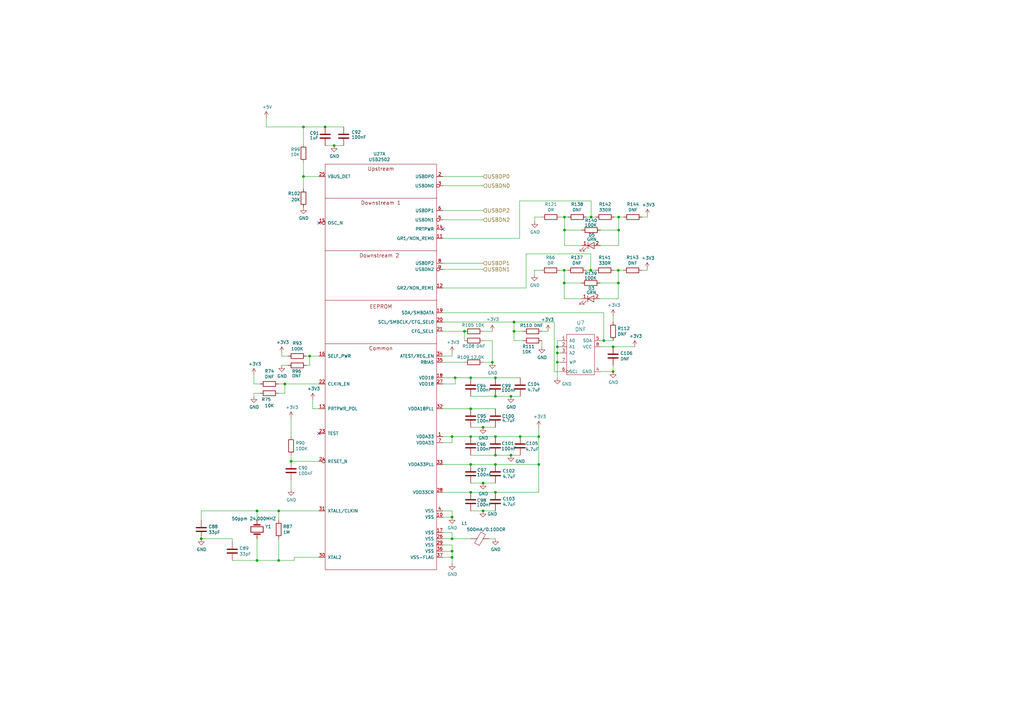
<source format=kicad_sch>
(kicad_sch (version 20211123) (generator eeschema)
  (paper "A3")
  (title_block (title "HILTOP Board Template Design") (date "2022-11-03") (company "Devtank Ltd"))
  (lib_symbols
    (symbol "Sensi_Board-rescue:AT24C02C-SSHM-T-Devtank" (pin_names (offset 1.016))
      (property "Reference" "U" (at -11.43 12.7 0))
      (property "Value" "AT24C02C-SSHM-T-Devtank" (at -6.35 10.16 0))
      (symbol "AT24C02C-SSHM-T-Devtank_0_1"
        (rectangle (start -5.08 7.62) (end 6.35 -8.89))
      )
      (symbol "AT24C02C-SSHM-T-Devtank_1_1"
        (pin input line (at -7.62 5.08 0) (length 2.54) (name "A0") (number "1"))
        (pin input line (at -7.62 2.54 0) (length 2.54) (name "A1") (number "2"))
        (pin input line (at -7.62 0 0) (length 2.54) (name "A2") (number "3"))
        (pin input line (at 8.89 -7.62 180) (length 2.54) (name "GND") (number "4"))
        (pin input line (at 8.89 5.08 180) (length 2.54) (name "SDA") (number "5"))
        (pin input clock (at -7.62 -7.62 0) (length 2.54) (name "SCL") (number "6"))
        (pin input line (at -7.62 -3.81 0) (length 2.54) (name "WP") (number "7"))
        (pin input line (at 8.89 2.54 180) (length 2.54) (name "VCC") (number "8"))
      )
    )
    (symbol "Sensi_Board-rescue:C-device" (pin_numbers hide) (pin_names (offset 0.254))
      (property "Reference" "C" (at 0.635 2.54 0))
      (property "Value" "C-device" (at 0.635 -2.54 0))
      (symbol "C-device_0_1"
        (polyline (pts (xy -2.032 -0.762) (xy 2.032 -0.762)) (stroke (width 0.508)))
        (polyline (pts (xy -2.032 0.762) (xy 2.032 0.762)) (stroke (width 0.508)))
      )
      (symbol "C-device_1_1"
        (pin passive line (at 0 3.81 270) (length 2.794) (name "~") (number "1"))
        (pin passive line (at 0 -3.81 90) (length 2.794) (name "~") (number "2"))
      )
    )
    (symbol "Sensi_Board-rescue:Crystal-device" (pin_numbers hide) (pin_names (offset 1.016) hide)
      (property "Reference" "Y" (at 0 3.81 0))
      (property "Value" "Crystal-device" (at 0 -3.81 0))
      (symbol "Crystal-device_0_1"
        (rectangle (start -1.143 2.54) (end 1.143 -2.54) (stroke (width 0.3048)))
        (polyline (pts (xy -2.54 0) (xy -1.905 0)))
        (polyline (pts (xy -1.905 -1.27) (xy -1.905 1.27)) (stroke (width 0.508)))
        (polyline (pts (xy 1.905 -1.27) (xy 1.905 1.27)) (stroke (width 0.508)))
        (polyline (pts (xy 2.54 0) (xy 1.905 0)))
      )
      (symbol "Crystal-device_1_1"
        (pin passive line (at -3.81 0 0) (length 1.27) (name "1") (number "1"))
        (pin passive line (at 3.81 0 180) (length 1.27) (name "2") (number "2"))
      )
    )
    (symbol "Sensi_Board-rescue:Ferrite_Bead-device" (pin_numbers hide) (pin_names (offset 0))
      (property "Reference" "L" (at -3.81 0.635 90))
      (property "Value" "Ferrite_Bead-device" (at 3.81 0 90))
      (symbol "Ferrite_Bead-device_0_1"
        (polyline (pts (xy 0 -1.27) (xy 0 -1.2192)))
        (polyline (pts (xy 0 1.27) (xy 0 1.2954)))
        (polyline (pts (xy -2.7686 0.4064) (xy -1.7018 2.2606) (xy 2.7686 -0.3048) (xy 1.6764 -2.159) (xy -2.7686 0.4064)))
      )
      (symbol "Ferrite_Bead-device_1_1"
        (pin passive line (at 0 3.81 270) (length 2.54) (name "~") (number "1"))
        (pin passive line (at 0 -3.81 90) (length 2.54) (name "~") (number "2"))
      )
    )
    (symbol "Sensi_Board-rescue:LED-device" (pin_names (offset 1.016) hide)
      (property "Reference" "D" (at 0 2.54 0))
      (property "Value" "LED-device" (at 0 -2.54 0))
      (symbol "LED-device_0_1"
        (polyline (pts (xy -1.27 -1.27) (xy -1.27 1.27)) (stroke (width 0.2032)))
        (polyline (pts (xy -1.27 0) (xy 1.27 0)))
        (polyline (pts (xy 1.27 -1.27) (xy 1.27 1.27) (xy -1.27 0) (xy 1.27 -1.27)) (stroke (width 0.2032)))
        (polyline (pts (xy -3.048 -0.762) (xy -4.572 -2.286) (xy -3.81 -2.286) (xy -4.572 -2.286) (xy -4.572 -1.524)))
        (polyline (pts (xy -1.778 -0.762) (xy -3.302 -2.286) (xy -2.54 -2.286) (xy -3.302 -2.286) (xy -3.302 -1.524)))
      )
      (symbol "LED-device_1_1"
        (pin passive line (at -3.81 0 0) (length 2.54) (name "K") (number "1"))
        (pin passive line (at 3.81 0 180) (length 2.54) (name "A") (number "2"))
      )
    )
    (symbol "Sensi_Board-rescue:R-device" (pin_numbers hide) (pin_names (offset 0))
      (property "Reference" "R" (at 2.032 0 90))
      (property "Value" "R-device" (at 0 0 90))
      (symbol "R-device_0_1"
        (rectangle (start -1.016 -2.54) (end 1.016 2.54) (stroke (width 0.254)))
      )
      (symbol "R-device_1_1"
        (pin passive line (at 0 3.81 270) (length 1.27) (name "~") (number "1"))
        (pin passive line (at 0 -3.81 90) (length 1.27) (name "~") (number "2"))
      )
    )
    (symbol "Sensi_Board-rescue:USB2502-Devtank" (pin_names (offset 1.016))
      (property "Reference" "U" (at -21.59 -121.92 0))
      (property "Value" "USB2502-Devtank" (at -17.78 -125.73 0))
      (symbol "USB2502-Devtank_0_0"
        (text "EEPROM" (at 0 -11.43 0) (effects (font (size 1.524 1.524))))
      )
      (symbol "USB2502-Devtank_1_0"
        (rectangle (start -22.86 -119.38) (end 22.86 46.99))
        (polyline (pts (xy -22.86 -8.89) (xy 22.86 -8.89)))
        (polyline (pts (xy -22.86 11.43) (xy 22.86 11.43)))
        (text "Common" (at 0 -28.575 0) (effects (font (size 1.524 1.524))))
        (text "Downstream 1" (at 0 31.115 0) (effects (font (size 1.524 1.524))))
        (text "Downstream 2" (at -0.635 9.525 0) (effects (font (size 1.524 1.524))))
        (text "Upstream" (at 0 45.085 0) (effects (font (size 1.524 1.524))))
      )
      (symbol "USB2502-Devtank_1_1"
        (polyline (pts (xy -22.86 -26.67) (xy 22.86 -26.67)))
        (polyline (pts (xy -22.86 33.02) (xy 22.86 33.02)))
        (pin input line (at 25.4 -64.77 180) (length 2.54) (name "VDDA33") (number "1"))
        (pin input line (at 25.4 -97.79 180) (length 2.54) (name "VSS") (number "10"))
        (pin input line (at 25.4 16.51 180) (length 2.54) (name "GR1/NON_REM0") (number "11"))
        (pin input line (at 25.4 -3.81 180) (length 2.54) (name "GR2/NON_REM1") (number "12"))
        (pin input line (at -25.4 -53.34 0) (length 2.54) (name "PRTPWR_POL") (number "13"))
        (pin input line (at 25.4 20.32 180) (length 2.54) (name "PRTPWR") (number "14"))
        (pin input inverted (at -25.4 22.86 0) (length 2.54) (name "OSC_N") (number "15"))
        (pin input line (at -25.4 -31.75 0) (length 2.54) (name "SELF_PWR") (number "16"))
        (pin input line (at 25.4 -104.14 180) (length 2.54) (name "VSS") (number "17"))
        (pin input line (at 25.4 -40.64 180) (length 2.54) (name "VDD18") (number "18"))
        (pin input line (at 25.4 -13.97 180) (length 2.54) (name "SDA/SMBDATA") (number "19"))
        (pin input line (at 25.4 41.91 180) (length 2.54) (name "USBDP0") (number "2"))
        (pin input line (at 25.4 -17.78 180) (length 2.54) (name "SCL/SMBCLK/CFG_SEL0") (number "20"))
        (pin input line (at 25.4 -21.59 180) (length 2.54) (name "CFG_SEL1") (number "21"))
        (pin input line (at -25.4 -43.18 0) (length 2.54) (name "CLKIN_EN") (number "22"))
        (pin input line (at -25.4 -63.5 0) (length 2.54) (name "TEST") (number "23"))
        (pin input inverted (at -25.4 -74.93 0) (length 2.54) (name "RESET_N") (number "24"))
        (pin input line (at -25.4 41.91 0) (length 2.54) (name "VBUS_DET") (number "25"))
        (pin input line (at 25.4 -106.68 180) (length 2.54) (name "VSS") (number "26"))
        (pin input line (at 25.4 -43.18 180) (length 2.54) (name "VDD18") (number "27"))
        (pin input line (at 25.4 -87.63 180) (length 2.54) (name "VDD33CR") (number "28"))
        (pin input line (at 25.4 -109.22 180) (length 2.54) (name "VSS") (number "29"))
        (pin input inverted (at 25.4 38.1 180) (length 2.54) (name "USBDN0") (number "3"))
        (pin input line (at -25.4 -114.3 0) (length 2.54) (name "XTAL2") (number "30"))
        (pin input line (at -25.4 -95.25 0) (length 2.54) (name "XTAL1/CLKIN") (number "31"))
        (pin input line (at 25.4 -53.34 180) (length 2.54) (name "VDDA18PLL") (number "32"))
        (pin input line (at 25.4 -76.2 180) (length 2.54) (name "VDDA33PLL") (number "33"))
        (pin input line (at 25.4 -31.75 180) (length 2.54) (name "ATEST/REG_EN") (number "34"))
        (pin input line (at 25.4 -34.29 180) (length 2.54) (name "RBIAS") (number "35"))
        (pin input line (at 25.4 -111.76 180) (length 2.54) (name "VSS") (number "36"))
        (pin input line (at 25.4 -114.3 180) (length 2.54) (name "VSS-FLAG") (number "37"))
        (pin input line (at 25.4 -95.25 180) (length 2.54) (name "VSS") (number "4"))
        (pin input inverted (at 25.4 24.13 180) (length 2.54) (name "USBDN1") (number "5"))
        (pin input line (at 25.4 27.94 180) (length 2.54) (name "USBDP1") (number "6"))
        (pin input line (at 25.4 -67.31 180) (length 2.54) (name "VDDA33") (number "7"))
        (pin input line (at 25.4 6.35 180) (length 2.54) (name "USBDP2") (number "8"))
        (pin input inverted (at 25.4 3.81 180) (length 2.54) (name "USBDN2") (number "9"))
      )
      (symbol "USB2502-Devtank_2_0"
        (rectangle (start -22.86 -59.69) (end 22.86 46.99))
        (polyline (pts (xy 22.86 -44.45) (xy -22.86 -44.45)))
        (polyline (pts (xy 22.86 -29.21) (xy -22.86 -29.21)))
        (polyline (pts (xy 22.86 -13.97) (xy -22.86 -13.97)))
        (polyline (pts (xy 22.86 1.27) (xy -22.86 1.27)))
        (polyline (pts (xy 22.86 16.51) (xy -22.86 16.51)))
        (polyline (pts (xy 22.86 31.75) (xy -22.86 31.75)))
      )
      (symbol "USB2502-Devtank_2_1"
        (pin bidirectional line (at 30.48 41.91 180) (length 7.62) (name "USB1_N") (number "1"))
        (pin bidirectional line (at 30.48 -19.05 180) (length 7.62) (name "USB5_N") (number "11"))
        (pin bidirectional line (at 30.48 -16.51 180) (length 7.62) (name "USB5_P") (number "12"))
        (pin output line (at 30.48 -57.15 180) (length 7.62) (name "LEDB7") (number "14"))
        (pin output line (at 30.48 -54.61 180) (length 7.62) (name "LEDA7") (number "15"))
        (pin output line (at 30.48 -41.91 180) (length 7.62) (name "LEDB6") (number "16"))
        (pin output line (at 30.48 -39.37 180) (length 7.62) (name "LEDA6") (number "17"))
        (pin output line (at 30.48 -26.67 180) (length 7.62) (name "LEDB5") (number "18"))
        (pin bidirectional line (at 30.48 44.45 180) (length 7.62) (name "USB1_P") (number "2"))
        (pin output line (at 30.48 -6.35 180) (length 7.62) (name "PRTPWR4") (number "20"))
        (pin input line (at -30.48 -6.35 0) (length 7.62) (name "~{OCS4}") (number "21"))
        (pin input line (at -30.48 8.89 0) (length 7.62) (name "~{OCS3}") (number "22"))
        (pin output line (at 30.48 8.89 180) (length 7.62) (name "PRTPWR3") (number "23"))
        (pin output line (at 30.48 24.13 180) (length 7.62) (name "PRTPWR2") (number "26"))
        (pin input line (at -30.48 24.13 0) (length 7.62) (name "~{OCS2}") (number "27"))
        (pin input line (at -30.48 39.37 0) (length 7.62) (name "~{OCS1}") (number "28"))
        (pin output line (at 30.48 39.37 180) (length 7.62) (name "PRTPWR1") (number "29"))
        (pin bidirectional line (at 30.48 26.67 180) (length 7.62) (name "USB2_N") (number "3"))
        (pin output line (at 30.48 -21.59 180) (length 7.62) (name "PRTPWR5") (number "30"))
        (pin output line (at 30.48 -24.13 180) (length 7.62) (name "LEDA5") (number "31"))
        (pin output line (at 30.48 -11.43 180) (length 7.62) (name "LEDB4") (number "32"))
        (pin output line (at 30.48 -8.89 180) (length 7.62) (name "LEDA4") (number "33"))
        (pin output line (at 30.48 3.81 180) (length 7.62) (name "LEDB3") (number "34"))
        (pin input line (at -30.48 -21.59 0) (length 7.62) (name "~{OSC5}") (number "35"))
        (pin output line (at 30.48 -52.07 180) (length 7.62) (name "PRTPWR7") (number "36"))
        (pin input line (at -30.48 -52.07 0) (length 7.62) (name "~{OSC7}") (number "37"))
        (pin input line (at -30.48 -36.83 0) (length 7.62) (name "~{OSC6}") (number "38"))
        (pin output line (at 30.48 -36.83 180) (length 7.62) (name "PRTPWR6") (number "39"))
        (pin bidirectional line (at 30.48 29.21 180) (length 7.62) (name "USB2_P") (number "4"))
        (pin output line (at 30.48 6.35 180) (length 7.62) (name "LEDA3") (number "47"))
        (pin output line (at 30.48 19.05 180) (length 7.62) (name "LEDB2") (number "48"))
        (pin output line (at 30.48 21.59 180) (length 7.62) (name "LEDA2") (number "49"))
        (pin output line (at 30.48 34.29 180) (length 7.62) (name "LEDB1") (number "50"))
        (pin output line (at 30.48 36.83 180) (length 7.62) (name "LEDA1") (number "51"))
        (pin bidirectional line (at 30.48 -34.29 180) (length 7.62) (name "USB6_N") (number "53"))
        (pin bidirectional line (at 30.48 -31.75 180) (length 7.62) (name "USB6_P") (number "54"))
        (pin bidirectional line (at 30.48 -49.53 180) (length 7.62) (name "USB7_N") (number "55"))
        (pin bidirectional line (at 30.48 -46.99 180) (length 7.62) (name "USB7_P") (number "56"))
        (pin bidirectional line (at 30.48 11.43 180) (length 7.62) (name "USB3_N") (number "6"))
        (pin bidirectional line (at 30.48 13.97 180) (length 7.62) (name "USB3_P") (number "7"))
        (pin bidirectional line (at 30.48 -3.81 180) (length 7.62) (name "USB4_N") (number "8"))
        (pin bidirectional line (at 30.48 -1.27 180) (length 7.62) (name "USB4_P") (number "9"))
      )
    )
    (symbol "power:+3V3" (power) (pin_names (offset 0))
      (property "Value" "+3V3" (at 0 3.556 0))
      (symbol "+3V3_0_1"
        (polyline (pts (xy -0.762 1.27) (xy 0 2.54)))
        (polyline (pts (xy 0 0) (xy 0 2.54)))
        (polyline (pts (xy 0 2.54) (xy 0.762 1.27)))
      )
      (symbol "+3V3_1_1"
        (pin power_in line (at 0 0 90) (length 0) hide (name "+3V3") (number "1"))
      )
    )
    (symbol "power:+5V" (power) (pin_names (offset 0))
      (property "Value" "+5V" (at 0 3.556 0))
      (symbol "+5V_0_1"
        (polyline (pts (xy -0.762 1.27) (xy 0 2.54)))
        (polyline (pts (xy 0 0) (xy 0 2.54)))
        (polyline (pts (xy 0 2.54) (xy 0.762 1.27)))
      )
      (symbol "+5V_1_1"
        (pin power_in line (at 0 0 90) (length 0) hide (name "+5V") (number "1"))
      )
    )
    (symbol "power:GND" (power) (pin_names (offset 0))
      (property "Value" "GND" (at 0 -3.81 0))
      (symbol "GND_0_1"
        (polyline (pts (xy 0 0) (xy 0 -1.27) (xy 1.27 -1.27) (xy 0 -2.54) (xy -1.27 -1.27) (xy 0 -1.27)))
      )
      (symbol "GND_1_1"
        (pin power_in line (at 0 0 270) (length 0) hide (name "GND") (number "1"))
      )
    )
  )
  (junction (at 242.443 89.027))
  (junction (at 203.2 179.07))
  (junction (at 193.04 154.94))
  (junction (at 201.93 148.59))
  (junction (at 203.2 186.69))
  (junction (at 253.746 94.361))
  (junction (at 210.82 135.89))
  (junction (at 193.04 167.64))
  (junction (at 105.41 229.87))
  (junction (at 228.6 142.24))
  (junction (at 231.521 94.361))
  (junction (at 124.46 52.07))
  (junction (at 193.04 179.07))
  (junction (at 133.35 52.07))
  (junction (at 228.6 148.59))
  (junction (at 127 146.05))
  (junction (at 251.46 142.24))
  (junction (at 114.3 229.87))
  (junction (at 114.3 209.55))
  (junction (at 185.42 228.6))
  (junction (at 198.12 209.55))
  (junction (at 185.42 179.07))
  (junction (at 253.746 89.027))
  (junction (at 185.42 220.98))
  (junction (at 203.2 162.56))
  (junction (at 105.41 209.55))
  (junction (at 231.394 116.078))
  (junction (at 253.619 116.078))
  (junction (at 231.394 110.871))
  (junction (at 210.82 132.08))
  (junction (at 137.033 59.69))
  (junction (at 198.12 175.26))
  (junction (at 220.98 190.5))
  (junction (at 185.42 212.09))
  (junction (at 190.5 135.89))
  (junction (at 253.619 110.871))
  (junction (at 124.46 72.39))
  (junction (at 203.2 201.93))
  (junction (at 203.2 154.94))
  (junction (at 198.12 198.12))
  (junction (at 231.521 89.027))
  (junction (at 193.04 190.5))
  (junction (at 247.65 139.7))
  (junction (at 213.36 179.07))
  (junction (at 242.316 110.871))
  (junction (at 193.04 201.93))
  (junction (at 185.42 226.06))
  (junction (at 228.6 144.78))
  (junction (at 209.55 162.56))
  (junction (at 82.55 220.98))
  (junction (at 203.2 190.5))
  (junction (at 186.69 154.94))
  (junction (at 251.46 152.4))
  (junction (at 119.38 189.23))
  (junction (at 220.98 179.07))
  (junction (at 116.84 157.48))
  (junction (at 209.55 186.69))
  (no_connect (at 130.81 91.44))
  (no_connect (at 181.61 93.98))
  (no_connect (at 130.81 177.8))
  (wire (pts (xy 185.42 218.44) (xy 185.42 220.98)))
  (wire (pts (xy 114.3 209.55) (xy 130.81 209.55)))
  (wire (pts (xy 118.11 146.05) (xy 115.57 146.05)))
  (wire (pts (xy 104.14 157.48) (xy 104.14 153.67)))
  (wire (pts (xy 181.61 110.49) (xy 198.12 110.49)))
  (wire (pts (xy 82.55 213.36) (xy 82.55 209.55)))
  (wire (pts (xy 247.65 128.27) (xy 247.65 139.7)))
  (wire (pts (xy 128.27 167.64) (xy 128.27 163.83)))
  (wire (pts (xy 193.04 209.55) (xy 198.12 209.55)))
  (wire (pts (xy 200.66 220.98) (xy 203.2 220.98)))
  (wire (pts (xy 246.126 122.555) (xy 253.619 122.555)))
  (wire (pts (xy 185.42 179.07) (xy 185.42 181.61)))
  (wire (pts (xy 198.12 175.26) (xy 193.04 175.26)))
  (wire (pts (xy 229.616 110.871) (xy 231.394 110.871)))
  (wire (pts (xy 203.2 201.93) (xy 193.04 201.93)))
  (wire (pts (xy 251.46 149.86) (xy 251.46 152.4)))
  (wire (pts (xy 198.12 148.59) (xy 201.93 148.59)))
  (wire (pts (xy 119.38 200.66) (xy 119.38 196.85)))
  (wire (pts (xy 228.6 142.24) (xy 229.87 142.24)))
  (wire (pts (xy 203.2 190.5) (xy 220.98 190.5)))
  (wire (pts (xy 231.394 122.555) (xy 238.506 122.555)))
  (wire (pts (xy 253.619 116.078) (xy 253.619 122.555)))
  (wire (pts (xy 227.33 132.08) (xy 227.33 152.4)))
  (wire (pts (xy 130.81 146.05) (xy 127 146.05)))
  (wire (pts (xy 214.63 139.7) (xy 210.82 139.7)))
  (wire (pts (xy 253.746 89.027) (xy 253.746 94.361)))
  (wire (pts (xy 220.98 179.07) (xy 220.98 190.5)))
  (wire (pts (xy 181.61 76.2) (xy 198.12 76.2)))
  (wire (pts (xy 242.316 104.14) (xy 242.316 110.871)))
  (wire (pts (xy 186.69 154.94) (xy 193.04 154.94)))
  (wire (pts (xy 229.743 89.027) (xy 231.521 89.027)))
  (wire (pts (xy 246.253 100.711) (xy 253.746 100.711)))
  (wire (pts (xy 251.46 142.24) (xy 260.35 142.24)))
  (wire (pts (xy 193.04 154.94) (xy 203.2 154.94)))
  (wire (pts (xy 104.14 161.29) (xy 104.14 162.56)))
  (wire (pts (xy 251.46 129.54) (xy 251.46 132.08)))
  (wire (pts (xy 227.33 152.4) (xy 229.87 152.4)))
  (wire (pts (xy 253.746 89.027) (xy 255.778 89.027)))
  (wire (pts (xy 106.68 161.29) (xy 104.14 161.29)))
  (wire (pts (xy 181.61 128.27) (xy 247.65 128.27)))
  (wire (pts (xy 231.521 94.361) (xy 231.521 100.711)))
  (wire (pts (xy 198.12 139.7) (xy 201.93 139.7)))
  (wire (pts (xy 246.253 94.361) (xy 253.746 94.361)))
  (wire (pts (xy 181.61 212.09) (xy 185.42 212.09)))
  (wire (pts (xy 185.42 181.61) (xy 181.61 181.61)))
  (wire (pts (xy 109.22 52.07) (xy 124.46 52.07)))
  (wire (pts (xy 181.61 72.39) (xy 198.12 72.39)))
  (wire (pts (xy 231.521 100.711) (xy 238.633 100.711)))
  (wire (pts (xy 116.84 161.29) (xy 114.3 161.29)))
  (wire (pts (xy 181.61 90.17) (xy 198.12 90.17)))
  (wire (pts (xy 120.65 229.87) (xy 114.3 229.87)))
  (wire (pts (xy 185.42 228.6) (xy 181.61 228.6)))
  (wire (pts (xy 181.61 201.93) (xy 193.04 201.93)))
  (wire (pts (xy 247.65 139.7) (xy 246.38 139.7)))
  (wire (pts (xy 181.61 167.64) (xy 193.04 167.64)))
  (wire (pts (xy 185.42 226.06) (xy 185.42 228.6)))
  (wire (pts (xy 185.42 179.07) (xy 193.04 179.07)))
  (wire (pts (xy 198.12 198.12) (xy 203.2 198.12)))
  (wire (pts (xy 213.106 97.79) (xy 181.61 97.79)))
  (wire (pts (xy 181.61 179.07) (xy 185.42 179.07)))
  (wire (pts (xy 127 149.86) (xy 127 146.05)))
  (wire (pts (xy 238.506 116.078) (xy 231.394 116.078)))
  (wire (pts (xy 105.41 209.55) (xy 82.55 209.55)))
  (wire (pts (xy 127 146.05) (xy 125.73 146.05)))
  (wire (pts (xy 114.3 229.87) (xy 105.41 229.87)))
  (wire (pts (xy 115.57 146.05) (xy 115.57 144.78)))
  (wire (pts (xy 124.46 59.055) (xy 124.46 52.07)))
  (wire (pts (xy 105.41 213.36) (xy 105.41 209.55)))
  (wire (pts (xy 105.41 220.98) (xy 105.41 229.87)))
  (wire (pts (xy 231.521 89.027) (xy 232.918 89.027)))
  (wire (pts (xy 181.61 148.59) (xy 190.5 148.59)))
  (wire (pts (xy 193.04 198.12) (xy 198.12 198.12)))
  (wire (pts (xy 228.6 148.59) (xy 229.87 148.59)))
  (wire (pts (xy 114.3 213.36) (xy 114.3 209.55)))
  (wire (pts (xy 222.25 135.89) (xy 224.79 135.89)))
  (wire (pts (xy 186.69 157.48) (xy 181.61 157.48)))
  (wire (pts (xy 203.2 186.69) (xy 209.55 186.69)))
  (wire (pts (xy 220.98 179.07) (xy 213.36 179.07)))
  (wire (pts (xy 181.61 218.44) (xy 185.42 218.44)))
  (wire (pts (xy 240.411 110.871) (xy 242.316 110.871)))
  (wire (pts (xy 124.46 66.675) (xy 124.46 72.39)))
  (wire (pts (xy 215.773 104.14) (xy 242.316 104.14)))
  (wire (pts (xy 130.81 167.64) (xy 128.27 167.64)))
  (wire (pts (xy 228.6 142.24) (xy 228.6 144.78)))
  (wire (pts (xy 253.619 110.871) (xy 255.651 110.871)))
  (wire (pts (xy 133.35 59.69) (xy 137.033 59.69)))
  (wire (pts (xy 120.65 228.6) (xy 120.65 229.87)))
  (wire (pts (xy 251.46 152.4) (xy 246.38 152.4)))
  (wire (pts (xy 118.11 149.86) (xy 115.57 149.86)))
  (wire (pts (xy 95.25 220.98) (xy 95.25 222.25)))
  (wire (pts (xy 203.2 175.26) (xy 198.12 175.26)))
  (wire (pts (xy 209.55 186.69) (xy 213.36 186.69)))
  (wire (pts (xy 220.98 190.5) (xy 220.98 201.93)))
  (wire (pts (xy 228.6 144.78) (xy 228.6 148.59)))
  (wire (pts (xy 181.61 154.94) (xy 186.69 154.94)))
  (wire (pts (xy 193.04 190.5) (xy 203.2 190.5)))
  (wire (pts (xy 193.04 167.64) (xy 203.2 167.64)))
  (wire (pts (xy 185.42 146.05) (xy 185.42 144.78)))
  (wire (pts (xy 106.68 157.48) (xy 104.14 157.48)))
  (wire (pts (xy 133.35 52.07) (xy 140.97 52.07)))
  (wire (pts (xy 82.55 220.98) (xy 95.25 220.98)))
  (wire (pts (xy 253.746 94.361) (xy 253.746 100.711)))
  (wire (pts (xy 124.46 72.39) (xy 130.81 72.39)))
  (wire (pts (xy 114.3 157.48) (xy 116.84 157.48)))
  (wire (pts (xy 246.38 142.24) (xy 251.46 142.24)))
  (wire (pts (xy 181.61 223.52) (xy 185.42 223.52)))
  (wire (pts (xy 120.65 228.6) (xy 130.81 228.6)))
  (wire (pts (xy 242.443 89.027) (xy 244.348 89.027)))
  (wire (pts (xy 181.61 86.36) (xy 198.12 86.36)))
  (wire (pts (xy 228.6 144.78) (xy 229.87 144.78)))
  (wire (pts (xy 215.773 118.11) (xy 215.773 104.14)))
  (wire (pts (xy 238.633 94.361) (xy 231.521 94.361)))
  (wire (pts (xy 203.2 179.07) (xy 213.36 179.07)))
  (wire (pts (xy 219.202 112.649) (xy 219.202 110.871)))
  (wire (pts (xy 198.12 135.89) (xy 201.93 135.89)))
  (wire (pts (xy 181.61 132.08) (xy 210.82 132.08)))
  (wire (pts (xy 119.38 171.45) (xy 119.38 179.07)))
  (wire (pts (xy 203.2 154.94) (xy 213.36 154.94)))
  (wire (pts (xy 222.25 142.24) (xy 222.25 139.7)))
  (wire (pts (xy 125.73 149.86) (xy 127 149.86)))
  (wire (pts (xy 198.12 209.55) (xy 203.2 209.55)))
  (wire (pts (xy 185.42 223.52) (xy 185.42 226.06)))
  (wire (pts (xy 116.84 157.48) (xy 130.81 157.48)))
  (wire (pts (xy 213.106 82.423) (xy 213.106 97.79)))
  (wire (pts (xy 181.61 190.5) (xy 193.04 190.5)))
  (wire (pts (xy 181.61 107.95) (xy 198.12 107.95)))
  (wire (pts (xy 253.619 116.078) (xy 246.126 116.078)))
  (wire (pts (xy 263.398 89.027) (xy 265.557 89.027)))
  (wire (pts (xy 186.69 154.94) (xy 186.69 157.48)))
  (wire (pts (xy 181.61 135.89) (xy 190.5 135.89)))
  (wire (pts (xy 242.443 82.423) (xy 213.106 82.423)))
  (wire (pts (xy 220.98 179.07) (xy 220.98 175.26)))
  (wire (pts (xy 193.04 179.07) (xy 203.2 179.07)))
  (wire (pts (xy 105.41 229.87) (xy 95.25 229.87)))
  (wire (pts (xy 201.93 139.7) (xy 201.93 148.59)))
  (wire (pts (xy 219.329 89.027) (xy 222.123 89.027)))
  (wire (pts (xy 210.82 132.08) (xy 227.33 132.08)))
  (wire (pts (xy 263.271 110.871) (xy 265.43 110.871)))
  (wire (pts (xy 181.61 226.06) (xy 185.42 226.06)))
  (wire (pts (xy 251.46 139.7) (xy 247.65 139.7)))
  (wire (pts (xy 214.63 135.89) (xy 210.82 135.89)))
  (wire (pts (xy 240.538 89.027) (xy 242.443 89.027)))
  (wire (pts (xy 190.5 139.7) (xy 190.5 135.89)))
  (wire (pts (xy 210.82 135.89) (xy 210.82 132.08)))
  (wire (pts (xy 185.42 220.98) (xy 193.04 220.98)))
  (wire (pts (xy 124.46 72.39) (xy 124.46 77.47)))
  (wire (pts (xy 219.202 110.871) (xy 221.996 110.871)))
  (wire (pts (xy 229.87 139.7) (xy 228.6 139.7)))
  (wire (pts (xy 228.6 139.7) (xy 228.6 142.24)))
  (wire (pts (xy 181.61 118.11) (xy 215.773 118.11)))
  (wire (pts (xy 203.2 162.56) (xy 209.55 162.56)))
  (wire (pts (xy 203.2 201.93) (xy 220.98 201.93)))
  (wire (pts (xy 265.43 110.871) (xy 265.43 110.236)))
  (wire (pts (xy 231.394 110.871) (xy 232.791 110.871)))
  (wire (pts (xy 265.557 89.027) (xy 265.557 88.392)))
  (wire (pts (xy 253.619 110.871) (xy 253.619 116.078)))
  (wire (pts (xy 251.968 89.027) (xy 253.746 89.027)))
  (wire (pts (xy 109.22 48.26) (xy 109.22 52.07)))
  (wire (pts (xy 219.329 90.805) (xy 219.329 89.027)))
  (wire (pts (xy 114.3 220.98) (xy 114.3 229.87)))
  (wire (pts (xy 185.42 220.98) (xy 181.61 220.98)))
  (wire (pts (xy 137.033 59.69) (xy 140.97 59.69)))
  (wire (pts (xy 181.61 209.55) (xy 185.42 209.55)))
  (wire (pts (xy 193.04 186.69) (xy 203.2 186.69)))
  (wire (pts (xy 231.521 89.027) (xy 231.521 94.361)))
  (wire (pts (xy 242.443 89.027) (xy 242.443 82.423)))
  (wire (pts (xy 181.61 146.05) (xy 185.42 146.05)))
  (wire (pts (xy 185.42 209.55) (xy 185.42 212.09)))
  (wire (pts (xy 193.04 162.56) (xy 203.2 162.56)))
  (wire (pts (xy 116.84 157.48) (xy 116.84 161.29)))
  (wire (pts (xy 228.6 154.94) (xy 228.6 148.59)))
  (wire (pts (xy 130.81 189.23) (xy 119.38 189.23)))
  (wire (pts (xy 209.55 162.56) (xy 213.36 162.56)))
  (wire (pts (xy 242.316 110.871) (xy 244.221 110.871)))
  (wire (pts (xy 251.841 110.871) (xy 253.619 110.871)))
  (wire (pts (xy 119.38 186.69) (xy 119.38 189.23)))
  (wire (pts (xy 231.394 116.078) (xy 231.394 122.555)))
  (wire (pts (xy 185.42 228.6) (xy 185.42 231.14)))
  (wire (pts (xy 124.46 52.07) (xy 133.35 52.07)))
  (wire (pts (xy 210.82 139.7) (xy 210.82 135.89)))
  (wire (pts (xy 105.41 209.55) (xy 114.3 209.55)))
  (wire (pts (xy 231.394 110.871) (xy 231.394 116.078)))
  (hierarchical_label "USBDP2" (shape input) (at 198.12 86.36 0) (effects (font (size 1.524 1.524))))
  (hierarchical_label "USBDN1" (shape input) (at 198.12 110.49 0) (effects (font (size 1.524 1.524))))
  (hierarchical_label "USBDN2" (shape input) (at 198.12 90.17 0) (effects (font (size 1.524 1.524))))
  (hierarchical_label "USBDP0" (shape input) (at 198.12 72.39 0) (effects (font (size 1.524 1.524))))
  (hierarchical_label "USBDN0" (shape input) (at 198.12 76.2 0) (effects (font (size 1.524 1.524))))
  (hierarchical_label "USBDP1" (shape input) (at 198.12 107.95 0) (effects (font (size 1.524 1.524))))
  (symbol (lib_id "Sensi_Board-rescue:AT24C02C-SSHM-T-Devtank") (at 237.49 144.78 0) (unit 1)
    (property "Reference" "U7" (at 238.125 132.4102 0) (effects (font (size 1.524 1.524))))
    (property "Value" "DNF" (at 238.125 135.1026 0) (effects (font (size 1.524 1.524))))
    (property "Footprint" "Package_SO:SOIC-8_3.9x4.9mm_P1.27mm" (effects hide))
  )
  (symbol (lib_id "Sensi_Board-rescue:USB2502-Devtank") (at 156.21 114.3 0) (unit 1)
    (property "Reference" "U27" (at 155.575 63.119 0))
    (property "Value" "USB2502" (at 155.575 65.4304 0))
    (property "Footprint" "Package_DFN_QFN:QFN-36-1EP_6x6mm_P0.5mm_EP3.7x3.7mm" (effects hide))
    (property "Datasheet" "DOCUMENTATION" (effects hide))
    (property "Devtank" "118-012" (effects hide))
  )
  (symbol (lib_id "Sensi_Board-rescue:Crystal-device") (at 105.41 217.17 90) (unit 1)
    (property "Reference" "Y1" (at 108.7374 216.0016 90) (effects (justify right)))
    (property "Value" "50ppm 24.000MHZ" (at 94.996 212.725 90) (effects (justify right)))
    (property "Footprint" "Crystal:Crystal_SMD_TXC_7A-2Pin_5x3.2mm" (effects hide))
    (property "Devtank" "181-011" (effects hide))
  )
  (symbol (lib_id "Sensi_Board-rescue:R-device") (at 194.31 139.7 90) (unit 1)
    (property "Reference" "R108" (at 192.151 141.986 90))
    (property "Value" "DNF" (at 197.231 141.986 90))
    (property "Footprint" "Resistor_SMD:R_0603_1608Metric" (effects hide))
  )
  (symbol (lib_id "power:GND") (at 185.42 231.14 0) (unit 1)
    (property "Reference" "#PWR0176" (effects hide))
    (property "Value" "GND" (at 185.547 235.5342 0))
  )
  (symbol (lib_id "power:GND") (at 185.42 212.09 0) (unit 1)
    (property "Reference" "#PWR0177" (effects hide))
    (property "Value" "GND" (at 185.547 216.4842 0))
  )
  (symbol (lib_id "Sensi_Board-rescue:C-device") (at 193.04 205.74 0) (unit 1)
    (property "Reference" "C98" (at 195.58 205.232 0) (effects (justify left)))
    (property "Value" "100nF" (at 195.453 207.01 0) (effects (justify left)))
    (property "Footprint" "Capacitor_SMD:C_0402_1005Metric" (effects hide))
    (property "Devtank" "105-019" (effects hide))
  )
  (symbol (lib_id "Sensi_Board-rescue:C-device") (at 203.2 205.74 0) (unit 1)
    (property "Reference" "C103" (at 206.121 204.5716 0) (effects (justify left)))
    (property "Value" "4.7uF" (at 206.121 206.883 0) (effects (justify left)))
    (property "Footprint" "Capacitor_SMD:C_0402_1005Metric" (effects hide))
    (property "Voltage" "6.3V" (effects hide))
    (property "Dielectric" "X5R" (effects hide))
    (property "Devtank" "105-028" (effects hide))
  )
  (symbol (lib_id "Sensi_Board-rescue:C-device") (at 203.2 182.88 0) (unit 1)
    (property "Reference" "C101" (at 205.74 181.864 0) (effects (justify left)))
    (property "Value" "100nF" (at 205.613 184.023 0) (effects (justify left)))
    (property "Footprint" "Capacitor_SMD:C_0402_1005Metric" (effects hide))
    (property "Devtank" "105-019" (effects hide))
  )
  (symbol (lib_id "Sensi_Board-rescue:C-device") (at 213.36 182.88 0) (unit 1)
    (property "Reference" "C105" (at 215.646 181.864 0) (effects (justify left)))
    (property "Value" "4.7uF" (at 215.519 184.277 0) (effects (justify left)))
    (property "Footprint" "Capacitor_SMD:C_0402_1005Metric" (effects hide))
    (property "Voltage" "6.3V" (effects hide))
    (property "Dielectric" "X5R" (effects hide))
    (property "Devtank" "105-028" (effects hide))
  )
  (symbol (lib_id "Sensi_Board-rescue:C-device") (at 193.04 182.88 0) (unit 1)
    (property "Reference" "C96" (at 195.453 182.245 0) (effects (justify left)))
    (property "Value" "100nF" (at 195.453 184.15 0) (effects (justify left)))
    (property "Footprint" "Capacitor_SMD:C_0402_1005Metric" (effects hide))
    (property "Devtank" "105-019" (effects hide))
  )
  (symbol (lib_id "Sensi_Board-rescue:C-device") (at 193.04 194.31 0) (unit 1)
    (property "Reference" "C97" (at 195.707 192.786 0) (effects (justify left)))
    (property "Value" "100nF" (at 195.58 194.691 0) (effects (justify left)))
    (property "Footprint" "Capacitor_SMD:C_0402_1005Metric" (effects hide))
    (property "Devtank" "105-019" (effects hide))
  )
  (symbol (lib_id "Sensi_Board-rescue:C-device") (at 203.2 194.31 0) (unit 1)
    (property "Reference" "C102" (at 206.121 193.1416 0) (effects (justify left)))
    (property "Value" "4.7uF" (at 206.121 195.453 0) (effects (justify left)))
    (property "Footprint" "Capacitor_SMD:C_0402_1005Metric" (effects hide))
    (property "Voltage" "6.3V" (effects hide))
    (property "Dielectric" "X5R" (effects hide))
    (property "Devtank" "105-028" (effects hide))
  )
  (symbol (lib_id "power:GND") (at 198.12 209.55 0) (unit 1)
    (property "Reference" "#PWR0220" (effects hide))
    (property "Value" "GND" (at 201.93 210.82 0))
  )
  (symbol (lib_id "Sensi_Board-rescue:C-device") (at 193.04 171.45 0) (unit 1)
    (property "Reference" "C95" (at 195.58 170.688 0) (effects (justify left)))
    (property "Value" "100nF" (at 195.453 172.593 0) (effects (justify left)))
    (property "Footprint" "Capacitor_SMD:C_0402_1005Metric" (effects hide))
    (property "Devtank" "105-019" (effects hide))
  )
  (symbol (lib_id "Sensi_Board-rescue:C-device") (at 203.2 171.45 0) (unit 1)
    (property "Reference" "C100" (at 205.867 170.688 0) (effects (justify left)))
    (property "Value" "4.7uF" (at 205.867 172.466 0) (effects (justify left)))
    (property "Footprint" "Capacitor_SMD:C_0402_1005Metric" (effects hide))
    (property "Voltage" "6.3V" (effects hide))
    (property "Dielectric" "X5R" (effects hide))
    (property "Devtank" "105-028" (effects hide))
  )
  (symbol (lib_id "Sensi_Board-rescue:C-device") (at 203.2 158.75 0) (unit 1)
    (property "Reference" "C99" (at 205.74 158.242 0) (effects (justify left)))
    (property "Value" "100nF" (at 205.613 160.02 0) (effects (justify left)))
    (property "Footprint" "Capacitor_SMD:C_0402_1005Metric" (effects hide))
    (property "Devtank" "105-019" (effects hide))
  )
  (symbol (lib_id "Sensi_Board-rescue:C-device") (at 213.36 158.75 0) (unit 1)
    (property "Reference" "C104" (at 216.281 157.5816 0) (effects (justify left)))
    (property "Value" "4.7uF" (at 216.281 159.893 0) (effects (justify left)))
    (property "Footprint" "Capacitor_SMD:C_0402_1005Metric" (effects hide))
    (property "Voltage" "6.3V" (effects hide))
    (property "Dielectric" "X5R" (effects hide))
    (property "Devtank" "105-028" (effects hide))
  )
  (symbol (lib_id "Sensi_Board-rescue:C-device") (at 193.04 158.75 0) (unit 1)
    (property "Reference" "C94" (at 195.453 158.242 0) (effects (justify left)))
    (property "Value" "100nF" (at 195.453 159.893 0) (effects (justify left)))
    (property "Footprint" "Capacitor_SMD:C_0402_1005Metric" (effects hide))
    (property "Devtank" "105-019" (effects hide))
  )
  (symbol (lib_id "Sensi_Board-rescue:C-device") (at 251.46 146.05 0) (unit 1)
    (property "Reference" "C106" (at 254.381 144.8816 0) (effects (justify left)))
    (property "Value" "DNF" (at 254.381 147.193 0) (effects (justify left)))
    (property "Footprint" "Capacitor_SMD:C_0402_1005Metric" (effects hide))
  )
  (symbol (lib_id "Sensi_Board-rescue:R-device") (at 194.31 135.89 90) (unit 1)
    (property "Reference" "R105" (at 191.897 133.35 90))
    (property "Value" "10K" (at 196.85 133.35 90))
    (property "Footprint" "Resistor_SMD:R_0603_1608Metric" (effects hide))
    (property "Devtank" "101-010" (effects hide))
  )
  (symbol (lib_id "Sensi_Board-rescue:R-device") (at 218.44 139.7 90) (unit 1)
    (property "Reference" "R111" (at 219.329 142.113 90) (effects (justify left)))
    (property "Value" "10K" (at 218.059 144.272 90) (effects (justify left)))
    (property "Footprint" "Resistor_SMD:R_0603_1608Metric" (effects hide))
    (property "Devtank" "101-010" (effects hide))
  )
  (symbol (lib_id "Sensi_Board-rescue:R-device") (at 218.44 135.89 90) (unit 1)
    (property "Reference" "R110" (at 215.773 133.477 90))
    (property "Value" "DNF" (at 220.853 133.477 90))
    (property "Footprint" "Resistor_SMD:R_0603_1608Metric" (effects hide))
  )
  (symbol (lib_id "Sensi_Board-rescue:R-device") (at 194.31 148.59 90) (unit 1)
    (property "Reference" "R109" (at 189.992 146.558 90))
    (property "Value" "12.0K " (at 196.342 146.558 90))
    (property "Footprint" "Resistor_SMD:R_0603_1608Metric" (effects hide))
    (property "Tolerance" "1%" (effects hide))
    (property "Devtank" "101-044" (effects hide))
  )
  (symbol (lib_id "power:GND") (at 201.93 148.59 0) (unit 1)
    (property "Reference" "#PWR0200" (effects hide))
    (property "Value" "GND" (at 202.057 152.9842 0))
  )
  (symbol (lib_id "power:GND") (at 209.55 162.56 0) (unit 1)
    (property "Reference" "#PWR0208" (effects hide))
    (property "Value" "GND" (at 209.677 166.9542 0))
  )
  (symbol (lib_id "Sensi_Board-rescue:R-device") (at 251.46 135.89 0) (unit 1)
    (property "Reference" "R112" (at 253.238 134.7216 0) (effects (justify left)))
    (property "Value" "DNF" (at 253.238 137.033 0) (effects (justify left)))
    (property "Footprint" "Resistor_SMD:R_0603_1608Metric" (effects hide))
  )
  (symbol (lib_id "Sensi_Board-rescue:R-device") (at 110.49 161.29 90) (unit 1)
    (property "Reference" "R75" (at 109.22 163.83 90))
    (property "Value" "10K" (at 110.49 166.37 90))
    (property "Footprint" "Resistor_SMD:R_0603_1608Metric" (effects hide))
    (property "Devtank" "101-010" (effects hide))
  )
  (symbol (lib_id "Sensi_Board-rescue:R-device") (at 110.49 157.48 90) (unit 1)
    (property "Reference" "R74" (at 110.49 152.2222 90))
    (property "Value" "DNF" (at 110.49 154.5336 90))
    (property "Footprint" "Resistor_SMD:R_0603_1608Metric" (effects hide))
  )
  (symbol (lib_id "Sensi_Board-rescue:R-device") (at 119.38 182.88 0) (unit 1)
    (property "Reference" "R90" (at 121.158 181.7116 0) (effects (justify left)))
    (property "Value" "100K" (at 121.158 184.023 0) (effects (justify left)))
    (property "Footprint" "Resistor_SMD:R_0603_1608Metric" (effects hide))
    (property "Devtank" "101-015" (effects hide))
  )
  (symbol (lib_id "Sensi_Board-rescue:R-device") (at 114.3 217.17 0) (unit 1)
    (property "Reference" "R87" (at 116.078 216.0016 0) (effects (justify left)))
    (property "Value" "1M" (at 116.078 218.313 0) (effects (justify left)))
    (property "Footprint" "Resistor_SMD:R_0603_1608Metric" (effects hide))
    (property "Devtank" "101-056" (effects hide))
  )
  (symbol (lib_id "Sensi_Board-rescue:R-device") (at 121.92 146.05 90) (unit 1)
    (property "Reference" "R93" (at 121.92 140.7922 90))
    (property "Value" "100K" (at 121.92 143.1036 90))
    (property "Footprint" "Resistor_SMD:R_0603_1608Metric" (effects hide))
    (property "Devtank" "101-015" (effects hide))
  )
  (symbol (lib_id "Sensi_Board-rescue:R-device") (at 121.92 149.86 90) (unit 1)
    (property "Reference" "R96" (at 121.666 152.273 90))
    (property "Value" "DNF" (at 121.666 154.178 90))
    (property "Footprint" "Resistor_SMD:R_0603_1608Metric" (effects hide))
  )
  (symbol (lib_id "Sensi_Board-rescue:C-device") (at 82.55 217.17 0) (unit 1)
    (property "Reference" "C88" (at 85.471 216.0016 0) (effects (justify left)))
    (property "Value" "33pF" (at 85.471 218.313 0) (effects (justify left)))
    (property "Footprint" "Capacitor_SMD:C_0603_1608Metric" (effects hide))
    (property "Devtank" "106-015" (effects hide))
  )
  (symbol (lib_id "Sensi_Board-rescue:C-device") (at 95.25 226.06 0) (unit 1)
    (property "Reference" "C89" (at 98.171 224.8916 0) (effects (justify left)))
    (property "Value" "33pF" (at 98.171 227.203 0) (effects (justify left)))
    (property "Footprint" "Capacitor_SMD:C_0603_1608Metric" (effects hide))
    (property "Devtank" "106-015" (effects hide))
  )
  (symbol (lib_id "Sensi_Board-rescue:C-device") (at 119.38 193.04 0) (unit 1)
    (property "Reference" "C90" (at 122.301 191.8716 0) (effects (justify left)))
    (property "Value" "100nF" (at 122.301 194.183 0) (effects (justify left)))
    (property "Footprint" "Capacitor_SMD:C_0603_1608Metric" (effects hide))
    (property "Devtank" "105-002" (effects hide))
  )
  (symbol (lib_id "power:GND") (at 82.55 220.98 0) (unit 1)
    (property "Reference" "#PWR0216" (effects hide))
    (property "Value" "GND" (at 82.677 225.3742 0))
  )
  (symbol (lib_id "power:GND") (at 119.38 200.66 0) (unit 1)
    (property "Reference" "#PWR0210" (effects hide))
    (property "Value" "GND" (at 119.507 205.0542 0))
  )
  (symbol (lib_id "power:GND") (at 104.14 162.56 0) (unit 1)
    (property "Reference" "#PWR0213" (effects hide))
    (property "Value" "GND" (at 104.267 166.9542 0))
  )
  (symbol (lib_id "power:GND") (at 137.033 59.69 0) (unit 1)
    (property "Reference" "#PWR0123" (effects hide))
    (property "Value" "GND" (at 137.16 64.0842 0))
  )
  (symbol (lib_id "Sensi_Board-rescue:R-device") (at 259.461 110.871 90) (unit 1)
    (property "Reference" "R143" (at 259.461 105.6132 90))
    (property "Value" "DNF" (at 259.461 107.9246 90))
    (property "Footprint" "Resistor_SMD:R_0603_1608Metric" (effects hide))
  )
  (symbol (lib_id "Sensi_Board-rescue:R-device") (at 248.031 110.871 90) (unit 1)
    (property "Reference" "R141" (at 248.031 105.6132 90))
    (property "Value" "330R" (at 248.031 107.9246 90))
    (property "Footprint" "Resistor_SMD:R_0603_1608Metric" (effects hide))
    (property "Devtank" "101-024" (effects hide))
  )
  (symbol (lib_id "Sensi_Board-rescue:R-device") (at 236.601 110.871 90) (unit 1)
    (property "Reference" "R137" (at 236.601 105.6132 90))
    (property "Value" "DNF" (at 236.601 107.9246 90))
    (property "Footprint" "Resistor_SMD:R_0603_1608Metric" (effects hide))
  )
  (symbol (lib_id "Sensi_Board-rescue:R-device") (at 225.806 110.871 90) (unit 1)
    (property "Reference" "R66" (at 225.806 105.6132 90))
    (property "Value" "0R" (at 225.806 107.9246 90))
    (property "Footprint" "Resistor_SMD:R_0603_1608Metric" (effects hide))
    (property "Devtank" "101-005" (effects hide))
  )
  (symbol (lib_id "Sensi_Board-rescue:R-device") (at 242.316 116.078 90) (unit 1)
    (property "Reference" "R139" (at 242.316 112.141 90))
    (property "Value" "100K" (at 242.189 114.046 90))
    (property "Footprint" "Resistor_SMD:R_0603_1608Metric" (effects hide))
    (property "Devtank" "101-015" (effects hide))
  )
  (symbol (lib_id "Sensi_Board-rescue:LED-device") (at 242.316 122.555 0) (unit 1)
    (property "Reference" "D3" (at 242.57 118.237 0))
    (property "Value" "GRN" (at 242.57 120.015 0))
    (property "Footprint" "LED_SMD:LED_0603_1608Metric" (effects hide))
    (property "Devtank" "110-002" (effects hide))
  )
  (symbol (lib_id "power:GND") (at 219.202 112.649 0) (unit 1)
    (property "Reference" "#PWR0128" (effects hide))
    (property "Value" "GND" (at 219.329 117.0432 0))
  )
  (symbol (lib_id "power:+3V3") (at 265.43 110.236 0) (unit 1)
    (property "Reference" "#PWR0171" (effects hide))
    (property "Value" "+3V3" (at 265.811 105.8418 0))
  )
  (symbol (lib_id "power:GND") (at 115.57 149.86 0) (unit 1)
    (property "Reference" "#PWR0214" (effects hide))
    (property "Value" "GND" (at 115.697 154.2542 0))
  )
  (symbol (lib_id "power:GND") (at 198.12 198.12 0) (unit 1)
    (property "Reference" "#PWR0219" (effects hide))
    (property "Value" "GND" (at 198.247 202.5142 0))
  )
  (symbol (lib_id "power:GND") (at 198.12 175.26 0) (unit 1)
    (property "Reference" "#PWR0217" (effects hide))
    (property "Value" "GND" (at 198.247 179.6542 0))
  )
  (symbol (lib_id "power:GND") (at 209.55 186.69 0) (unit 1)
    (property "Reference" "#PWR0218" (effects hide))
    (property "Value" "GND" (at 213.36 189.23 0))
  )
  (symbol (lib_id "Sensi_Board-rescue:Ferrite_Bead-device") (at 196.85 220.98 270) (unit 1)
    (property "Reference" "L1" (at 190.5 214.63 90))
    (property "Value" "500mA/0.10DCR" (at 199.39 217.17 90))
    (property "Footprint" "Inductor_SMD:L_0805_2012Metric" (effects hide))
    (property "Devtank" "113-004" (effects hide))
  )
  (symbol (lib_id "power:GND") (at 203.2 220.98 0) (unit 1)
    (property "Reference" "#PWR0221" (effects hide))
    (property "Value" "GND" (at 203.327 225.3742 0))
  )
  (symbol (lib_id "power:GND") (at 222.25 142.24 0) (unit 1)
    (property "Reference" "#PWR0222" (effects hide))
    (property "Value" "GND" (at 222.377 146.6342 0))
  )
  (symbol (lib_id "power:GND") (at 251.46 152.4 0) (unit 1)
    (property "Reference" "#PWR0224" (effects hide))
    (property "Value" "GND" (at 251.587 156.7942 0))
  )
  (symbol (lib_id "power:GND") (at 228.6 154.94 0) (unit 1)
    (property "Reference" "#PWR0225" (effects hide))
    (property "Value" "GND" (at 232.41 157.48 0))
  )
  (symbol (lib_id "Sensi_Board-rescue:R-device") (at 259.588 89.027 90) (unit 1)
    (property "Reference" "R144" (at 259.588 83.7692 90))
    (property "Value" "DNF" (at 259.588 86.0806 90))
    (property "Footprint" "Resistor_SMD:R_0603_1608Metric" (effects hide))
  )
  (symbol (lib_id "Sensi_Board-rescue:R-device") (at 248.158 89.027 90) (unit 1)
    (property "Reference" "R142" (at 248.158 83.7692 90))
    (property "Value" "330R" (at 248.158 86.0806 90))
    (property "Footprint" "Resistor_SMD:R_0603_1608Metric" (effects hide))
    (property "Devtank" "101-024" (effects hide))
  )
  (symbol (lib_id "Sensi_Board-rescue:R-device") (at 236.728 89.027 90) (unit 1)
    (property "Reference" "R138" (at 236.728 83.7692 90))
    (property "Value" "DNF" (at 236.728 86.0806 90))
    (property "Footprint" "Resistor_SMD:R_0603_1608Metric" (effects hide))
  )
  (symbol (lib_id "Sensi_Board-rescue:R-device") (at 225.933 89.027 90) (unit 1)
    (property "Reference" "R121" (at 225.933 83.7692 90))
    (property "Value" "0R" (at 225.933 86.0806 90))
    (property "Footprint" "Resistor_SMD:R_0603_1608Metric" (effects hide))
    (property "Devtank" "101-005" (effects hide))
  )
  (symbol (lib_id "Sensi_Board-rescue:R-device") (at 242.443 94.361 90) (unit 1)
    (property "Reference" "R140" (at 242.443 90.424 90))
    (property "Value" "100K" (at 242.316 92.329 90))
    (property "Footprint" "Resistor_SMD:R_0603_1608Metric" (effects hide))
    (property "Devtank" "101-015" (effects hide))
  )
  (symbol (lib_id "Sensi_Board-rescue:LED-device") (at 242.443 100.711 0) (unit 1)
    (property "Reference" "D5" (at 242.697 96.393 0))
    (property "Value" "GRN" (at 242.697 98.171 0))
    (property "Footprint" "LED_SMD:LED_0603_1608Metric" (effects hide))
    (property "Devtank" "110-002" (effects hide))
  )
  (symbol (lib_id "power:GND") (at 219.329 90.805 0) (unit 1)
    (property "Reference" "#PWR0172" (effects hide))
    (property "Value" "GND" (at 219.456 95.1992 0))
  )
  (symbol (lib_id "power:+3V3") (at 265.557 88.392 0) (unit 1)
    (property "Reference" "#PWR0198" (effects hide))
    (property "Value" "+3V3" (at 265.938 83.9978 0))
  )
  (symbol (lib_id "Sensi_Board-rescue:C-device") (at 133.35 55.88 0) (unit 1)
    (property "Reference" "C91" (at 127 54.61 0) (effects (justify left)))
    (property "Value" "1uF " (at 127 56.515 0) (effects (justify left)))
    (property "Footprint" "Capacitor_SMD:C_0402_1005Metric" (effects hide))
    (property "Voltage" "16V" (effects hide))
    (property "Dielectric" "X5R" (effects hide))
    (property "Devtank" "105-025" (effects hide))
  )
  (symbol (lib_id "Sensi_Board-rescue:C-device") (at 140.97 55.88 0) (unit 1)
    (property "Reference" "C92" (at 144.145 54.229 0) (effects (justify left)))
    (property "Value" "100nF" (at 144.145 56.261 0) (effects (justify left)))
    (property "Footprint" "Capacitor_SMD:C_0402_1005Metric" (effects hide))
    (property "Devtank" "105-019" (effects hide))
  )
  (symbol (lib_id "Sensi_Board-rescue:R-device") (at 124.46 62.865 0) (unit 1)
    (property "Reference" "R99" (at 119.253 61.341 0) (effects (justify left)))
    (property "Value" "10K" (at 119.126 63.373 0) (effects (justify left)))
    (property "Footprint" "Resistor_SMD:R_0603_1608Metric" (effects hide))
    (property "Devtank" "101-010" (effects hide))
  )
  (symbol (lib_id "Sensi_Board-rescue:R-device") (at 124.46 81.28 0) (unit 1)
    (property "Reference" "R102" (at 118.11 79.375 0) (effects (justify left)))
    (property "Value" "20K" (at 119.38 81.915 0) (effects (justify left)))
    (property "Footprint" "Resistor_SMD:R_0603_1608Metric" (effects hide))
    (property "Devtank" "101-010" (effects hide))
  )
  (symbol (lib_id "power:GND") (at 124.46 85.09 0) (unit 1)
    (property "Reference" "#PWR0228" (effects hide))
    (property "Value" "GND" (at 124.587 89.4842 0))
  )
  (symbol (lib_id "power:+3V3") (at 220.98 175.26 0) (unit 1)
    (property "Reference" "#PWR0178" (effects hide))
    (property "Value" "+3V3" (at 221.361 170.8658 0))
  )
  (symbol (lib_id "power:+3V3") (at 185.42 144.78 0) (unit 1)
    (property "Reference" "#PWR0201" (effects hide))
    (property "Value" "+3V3" (at 185.801 140.3858 0))
  )
  (symbol (lib_id "power:+3V3") (at 201.93 135.89 0) (unit 1)
    (property "Reference" "#PWR0202" (effects hide))
    (property "Value" "+3V3" (at 202.057 130.937 0))
  )
  (symbol (lib_id "power:+3V3") (at 224.79 135.89 0) (unit 1)
    (property "Reference" "#PWR0205" (effects hide))
    (property "Value" "+3V3" (at 224.536 131.064 0))
  )
  (symbol (lib_id "power:+3V3") (at 251.46 129.54 0) (unit 1)
    (property "Reference" "#PWR0209" (effects hide))
    (property "Value" "+3V3" (at 251.841 125.1458 0))
  )
  (symbol (lib_id "power:+3V3") (at 119.38 171.45 0) (unit 1)
    (property "Reference" "#PWR0211" (effects hide))
    (property "Value" "+3V3" (at 119.761 167.0558 0))
  )
  (symbol (lib_id "power:+3V3") (at 128.27 163.83 0) (unit 1)
    (property "Reference" "#PWR0212" (effects hide))
    (property "Value" "+3V3" (at 128.651 159.4358 0))
  )
  (symbol (lib_id "power:+3V3") (at 104.14 153.67 0) (unit 1)
    (property "Reference" "#PWR0215" (effects hide))
    (property "Value" "+3V3" (at 104.521 149.2758 0))
  )
  (symbol (lib_id "power:+3V3") (at 115.57 144.78 0) (unit 1)
    (property "Reference" "#PWR0223" (effects hide))
    (property "Value" "+3V3" (at 115.951 140.3858 0))
  )
  (symbol (lib_id "power:+3V3") (at 260.35 142.24 0) (unit 1)
    (property "Reference" "#PWR0245" (effects hide))
    (property "Value" "+3V3" (at 260.731 137.8458 0))
  )
  (symbol (lib_id "power:+5V") (at 109.22 48.26 0) (unit 1)
    (property "Reference" "#PWR0226" (effects hide))
    (property "Value" "+5V" (at 109.601 43.8658 0))
  )
)
</source>
